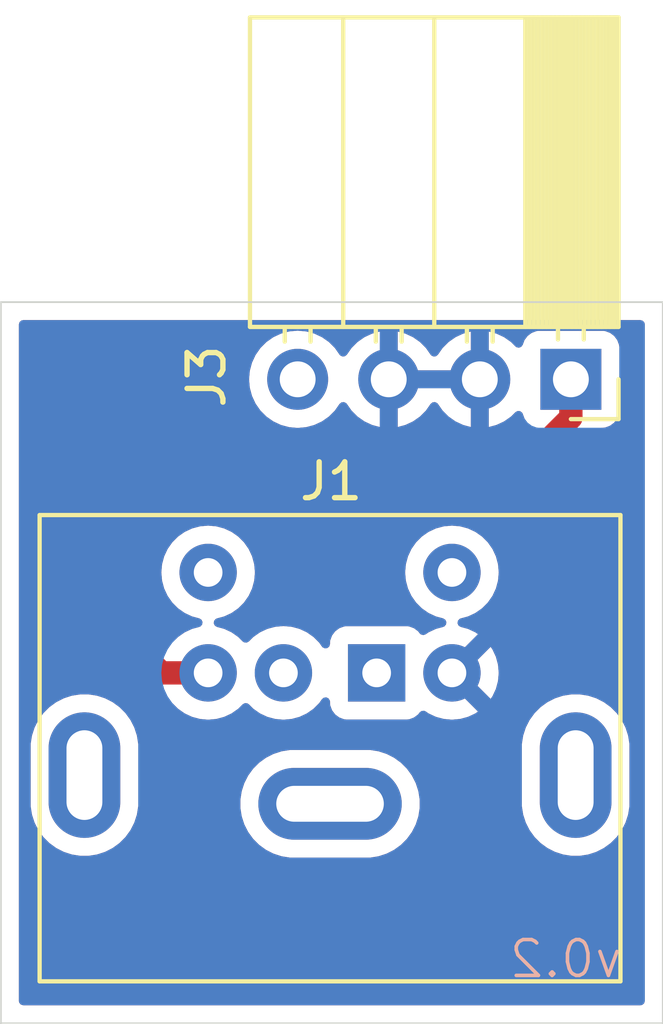
<source format=kicad_pcb>
(kicad_pcb (version 20240108) (generator "pcbnew") (generator_version "8.0")
  (layers (0 "F.Cu" signal) (31 "B.Cu" signal) (34 "B.Paste" user) (35 "F.Paste" user) (36 "B.SilkS" user "B.Silkscreen") (37 "F.SilkS" user "F.Silkscreen") (38 "B.Mask" user) (39 "F.Mask" user) (44 "Edge.Cuts" user))
  (net 0 "")
  (net 5 "GND")
  (net 7 "Net-(J3-Pin_1)")
  (footprint "4x1md_Custom_Footprints:Connector_Mini-DIN_Female_6Pin_2rows" (layer "F.Cu") (at 150.016597 93.275)
    (property "Reference" "J1" (at -1.27 -5.34 0) (layer "F.SilkS"))
    (property "Value" "Mini-DIN-6" (hide yes))
    (fp_line (start -9.4 -4.4) (end -9.4 8.6) (stroke (width 0.12)) (layer "F.SilkS"))
    (fp_line (start -9.4 -4.4) (end 6.8 -4.4) (stroke (width 0.12)) (layer "F.SilkS"))
    (fp_line (start -9.4 8.6) (end 6.8 8.6) (stroke (width 0.12)) (layer "F.SilkS"))
    (fp_line (start 6.8 -4.4) (end 6.8 8.6) (stroke (width 0.12)) (layer "F.SilkS"))
    (pad "1" thru_hole rect (at 0 0) (size 1.6 1.6) (drill 0.8) (layers "*.Cu" "*.Mask"))
    (pad "2" thru_hole circle (at -2.6 0) (size 1.6 1.6) (drill 0.8) (layers "*.Cu" "*.Mask"))
    (pad "3" thru_hole circle (at 2.1 0) (size 1.6 1.6) (drill 0.8) (layers "*.Cu" "*.Mask") (net 5 "GND"))
    (pad "4" thru_hole circle (at -4.7 0) (size 1.6 1.6) (drill 0.8) (layers "*.Cu" "*.Mask") (net 7 "Net-(J3-Pin_1)"))
    (pad "5" thru_hole circle (at 2.1 -2.8) (size 1.6 1.6) (drill 0.8) (layers "*.Cu" "*.Mask"))
    (pad "6" thru_hole circle (at -4.7 -2.8) (size 1.6 1.6) (drill 0.8) (layers "*.Cu" "*.Mask"))
    (pad "7" thru_hole oval (at -8.15 2.85) (size 2 3.5) (drill oval 1 2.5) (layers "*.Cu" "*.Mask"))
    (pad "7" thru_hole oval (at -1.3 3.65) (size 4 2) (drill oval 3 1) (layers "*.Cu" "*.Mask"))
    (pad "7" thru_hole oval (at 5.55 2.85) (size 2 3.5) (drill oval 1 2.5) (layers "*.Cu" "*.Mask"))
  )
  (footprint "Connector_PinSocket_2.54mm:PinSocket_1x04_P2.54mm_Horizontal" (layer "F.Cu") (at 155.433595 85.09 -90)
    (property "Reference" "J3" (at -0.078715 10.16 90) (layer "F.SilkS"))
    (property "Value" "Conn_01x04_Socket" (hide yes))
    (fp_line (start -10.09 8.95) (end -1.46 8.95) (stroke (width 0.12)) (layer "F.SilkS"))
    (fp_line (start -1.46 7.98) (end -1.05 7.98) (stroke (width 0.12)) (layer "F.SilkS"))
    (fp_line (start -1.46 7.26) (end -1.05 7.26) (stroke (width 0.12)) (layer "F.SilkS"))
    (fp_line (start -10.09 6.35) (end -1.46 6.35) (stroke (width 0.12)) (layer "F.SilkS"))
    (fp_line (start -1.46 5.44) (end -1.05 5.44) (stroke (width 0.12)) (layer "F.SilkS"))
    (fp_line (start -1.46 4.72) (end -1.05 4.72) (stroke (width 0.12)) (layer "F.SilkS"))
    (fp_line (start -10.09 3.81) (end -1.46 3.81) (stroke (width 0.12)) (layer "F.SilkS"))
    (fp_line (start -1.46 2.9) (end -1.05 2.9) (stroke (width 0.12)) (layer "F.SilkS"))
    (fp_line (start -1.46 2.18) (end -1.05 2.18) (stroke (width 0.12)) (layer "F.SilkS"))
    (fp_line (start -10.09 1.27) (end -1.46 1.27) (stroke (width 0.12)) (layer "F.SilkS"))
    (fp_line (start -10.09 1.1519) (end -1.46 1.1519) (stroke (width 0.12)) (layer "F.SilkS"))
    (fp_line (start -10.09 1.033805) (end -1.46 1.033805) (stroke (width 0.12)) (layer "F.SilkS"))
    (fp_line (start -10.09 0.91571) (end -1.46 0.91571) (stroke (width 0.12)) (layer "F.SilkS"))
    (fp_line (start -10.09 0.797615) (end -1.46 0.797615) (stroke (width 0.12)) (layer "F.SilkS"))
    (fp_line (start -10.09 0.67952) (end -1.46 0.67952) (stroke (width 0.12)) (layer "F.SilkS"))
    (fp_line (start -10.09 0.561425) (end -1.46 0.561425) (stroke (width 0.12)) (layer "F.SilkS"))
    (fp_line (start -10.09 0.44333) (end -1.46 0.44333) (stroke (width 0.12)) (layer "F.SilkS"))
    (fp_line (start -1.46 0.36) (end -1.11 0.36) (stroke (width 0.12)) (layer "F.SilkS"))
    (fp_line (start -10.09 0.325235) (end -1.46 0.325235) (stroke (width 0.12)) (layer "F.SilkS"))
    (fp_line (start -10.09 0.20714) (end -1.46 0.20714) (stroke (width 0.12)) (layer "F.SilkS"))
    (fp_line (start -10.09 0.089045) (end -1.46 0.089045) (stroke (width 0.12)) (layer "F.SilkS"))
    (fp_line (start -10.09 -0.02905) (end -1.46 -0.02905) (stroke (width 0.12)) (layer "F.SilkS"))
    (fp_line (start -10.09 -0.147145) (end -1.46 -0.147145) (stroke (width 0.12)) (layer "F.SilkS"))
    (fp_line (start -10.09 -0.26524) (end -1.46 -0.26524) (stroke (width 0.12)) (layer "F.SilkS"))
    (fp_line (start -1.46 -0.36) (end -1.11 -0.36) (stroke (width 0.12)) (layer "F.SilkS"))
    (fp_line (start -10.09 -0.383335) (end -1.46 -0.383335) (stroke (width 0.12)) (layer "F.SilkS"))
    (fp_line (start -10.09 -0.50143) (end -1.46 -0.50143) (stroke (width 0.12)) (layer "F.SilkS"))
    (fp_line (start -10.09 -0.619525) (end -1.46 -0.619525) (stroke (width 0.12)) (layer "F.SilkS"))
    (fp_line (start -10.09 -0.73762) (end -1.46 -0.73762) (stroke (width 0.12)) (layer "F.SilkS"))
    (fp_line (start -10.09 -0.855715) (end -1.46 -0.855715) (stroke (width 0.12)) (layer "F.SilkS"))
    (fp_line (start -10.09 -0.97381) (end -1.46 -0.97381) (stroke (width 0.12)) (layer "F.SilkS"))
    (fp_line (start -10.09 -1.091905) (end -1.46 -1.091905) (stroke (width 0.12)) (layer "F.SilkS"))
    (fp_line (start -10.09 -1.21) (end -1.46 -1.21) (stroke (width 0.12)) (layer "F.SilkS"))
    (fp_line (start -10.09 -1.33) (end -10.09 8.95) (stroke (width 0.12)) (layer "F.SilkS"))
    (fp_line (start -10.09 -1.33) (end -1.46 -1.33) (stroke (width 0.12)) (layer "F.SilkS"))
    (fp_line (start -1.46 -1.33) (end -1.46 8.95) (stroke (width 0.12)) (layer "F.SilkS"))
    (fp_line (start 0 -1.33) (end 1.11 -1.33) (stroke (width 0.12)) (layer "F.SilkS"))
    (fp_line (start 1.11 -1.33) (end 1.11 0) (stroke (width 0.12)) (layer "F.SilkS"))
    (pad "1" thru_hole rect (at 0 0 270) (size 1.7 1.7) (drill 1) (layers "*.Cu" "*.Mask") (net 7 "Net-(J3-Pin_1)"))
    (pad "2" thru_hole oval (at 0 2.54 270) (size 1.7 1.7) (drill 1) (layers "*.Cu" "*.Mask") (net 5 "GND"))
    (pad "3" thru_hole oval (at 0 5.08 270) (size 1.7 1.7) (drill 1) (layers "*.Cu" "*.Mask") (net 5 "GND"))
    (pad "4" thru_hole oval (at 0 7.62 270) (size 1.7 1.7) (drill 1) (layers "*.Cu" "*.Mask"))
  )
  (gr_rect (start 139.536699 82.938158) (end 157.997602 103.044143) (stroke (width 0.05)) (fill none) (layer "Edge.Cuts"))
  (gr_text "v0.2" (at 156.928043 101.836874 0) (layer "B.SilkS") (effects (font (size 1 1) (thickness 0.1)) (justify left bottom mirror)))
  (segment (start 144.166897 87.788024) (end 153.804282 87.788024) (width 0.65) (layer "F.Cu") (net 7))
  (segment (start 142.695079 89.259842) (end 144.166897 87.788024) (width 0.65) (layer "F.Cu") (net 7))
  (segment (start 155.433595 86.158711) (end 155.433595 85.09) (width 0.65) (layer "F.Cu") (net 7))
  (segment (start 142.695079 91.957602) (end 142.695079 89.259842) (width 0.65) (layer "F.Cu") (net 7))
  (segment (start 153.804282 87.788024) (end 155.433595 86.158711) (width 0.65) (layer "F.Cu") (net 7))
  (segment (start 144.012477 93.275) (end 142.695079 91.957602) (width 0.65) (layer "F.Cu") (net 7))
  (segment (start 145.316597 93.275) (end 144.012477 93.275) (width 0.65) (layer "F.Cu") (net 7))
  (zone (net 5) (net_name "GND") (layers "F&B.Cu") (connect_pads (clearance 0.5)) (min_thickness 0.25) (fill yes (thermal_gap 0.5) (thermal_bridge_width 0.5))
    (polygon (pts (xy 139.55627 82.955603) (xy 158.004191 82.948144) (xy 158.000316 103.038214) (xy 139.537169 103.045357)))
  )
  (zone (net 5) (net_name "GND") (layer "B.Cu") (priority 1) (connect_pads (clearance 0.5)) (min_thickness 0.25) (fill yes (thermal_gap 0.5) (thermal_bridge_width 0.5))
    (polygon (pts (xy 139.55627 82.955603) (xy 158.004191 82.948144) (xy 158.000316 103.038214) (xy 139.537169 103.045357)))
  )
)
</source>
